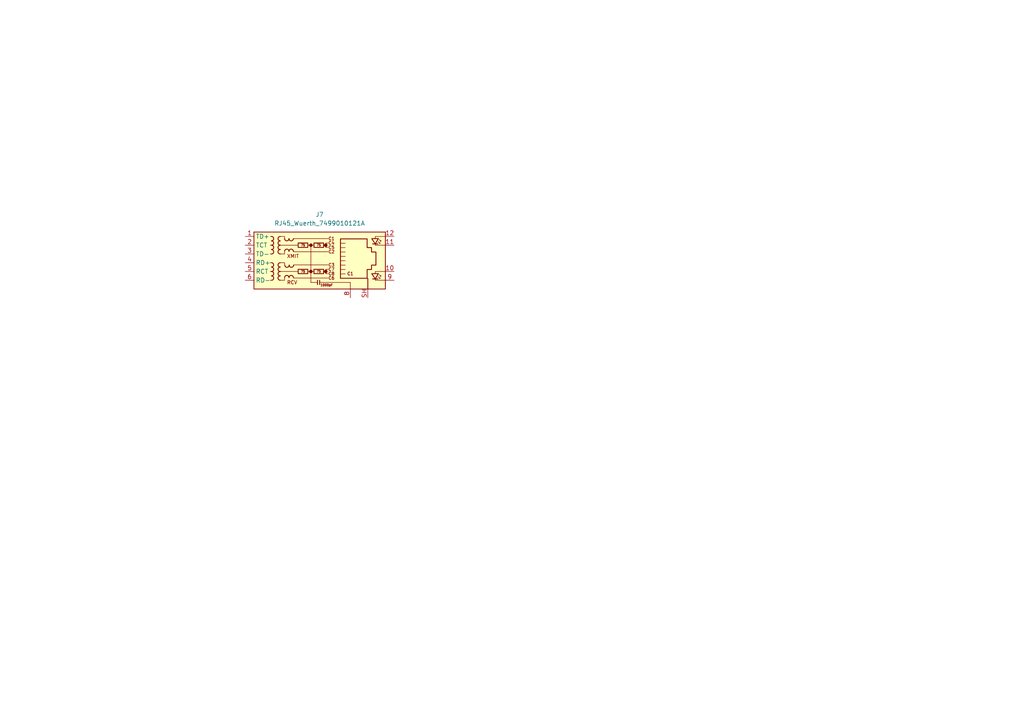
<source format=kicad_sch>
(kicad_sch (version 20231120) (generator "eeschema") (generator_version "8.0")
  (paper "A4")
  (lib_symbols
    (symbol "Connector:RJ45_Wuerth_7499010121A"
      (property "Reference" "J" (at 17.78 10.16 0))
      (property "Value" "RJ45_Wuerth_7499010121A" (at -6.35 10.16 0))
      (symbol "RJ45_Wuerth_7499010121A_0_0"
        (circle (center -1.27 -2.54) (radius 0.0001) (stroke (width 0.508)))
        (circle (center -1.27 5.08) (radius 0.0001) (stroke (width 0.508)))
        (polyline (pts (xy -1.27 5.08) (xy -1.27 -5.715)))
        (polyline (pts (xy 0.635 -5.08) (xy 0.635 -6.35)) (stroke (width 0.254)))
        (polyline (pts (xy 1.27 -5.08) (xy 1.27 -6.35)) (stroke (width 0.254)))
        (polyline (pts (xy 3.048 -2.54) (xy 2.54 -2.54)))
        (polyline (pts (xy 3.048 5.08) (xy 2.54 5.08)))
        (polyline (pts (xy 17.399 -3.175) (xy 17.399 -2.54) (xy 20.32 -2.54)))
        (polyline (pts (xy 17.399 6.985) (xy 17.399 7.62) (xy 20.32 7.62)))
        (polyline (pts (xy 20.32 -5.08) (xy 17.399 -5.08) (xy 17.399 -4.572)))
        (polyline (pts (xy 20.32 5.08) (xy 17.399 5.08) (xy 17.399 5.588)))
        (polyline (pts (xy 3.683 -1.905) (xy 3.048 -1.905) (xy 3.048 -3.175) (xy 3.683 -3.175)))
        (polyline (pts (xy 3.683 5.715) (xy 3.048 5.715) (xy 3.048 4.445) (xy 3.683 4.445)))
        (circle (center 3.048 -2.54) (radius 0.0001) (stroke (width 0.508)))
        (circle (center 3.048 5.08) (radius 0.0001) (stroke (width 0.508)))
        (text "C1" (at 4.699 6.985 0) (effects (font (size 0.889 0.889))))
        (text "C1" (at 10.16 -3.175 0) (effects (font (size 0.889 0.889))))
        (text "C2" (at 4.699 3.175 0) (effects (font (size 0.889 0.889))))
        (text "C3" (at 4.699 -0.635 0) (effects (font (size 0.889 0.889))))
        (text "C4" (at 4.699 5.715 0) (effects (font (size 0.889 0.889))))
        (text "C5" (at 4.699 4.445 0) (effects (font (size 0.889 0.889))))
        (text "C6" (at 4.699 -4.445 0) (effects (font (size 0.889 0.889))))
        (text "C7" (at 4.699 -1.905 0) (effects (font (size 0.889 0.889))))
        (text "C8" (at 4.699 -3.175 0) (effects (font (size 0.889 0.889))))
        (text "RCV" (at -8.255 -5.715 0) (effects (font (size 1.016 1.016)) (justify left)))
        (text "XMIT" (at -8.255 1.905 0) (effects (font (size 1.016 1.016)) (justify left)))
      )
      (symbol "RJ45_Wuerth_7499010121A_0_1"
        (rectangle (start -17.78 8.89) (end 20.32 -7.62) (stroke (width 0.254)) (fill (type background)))
        (polyline (pts (xy -12.7 -5.08) (xy -13.081 -5.08)))
        (polyline (pts (xy -12.7 -2.54) (xy -13.081 -2.54)))
        (polyline (pts (xy -12.7 0) (xy -13.081 0)))
        (polyline (pts (xy -12.7 2.54) (xy -13.081 2.54)))
        (polyline (pts (xy -12.7 5.08) (xy -13.081 5.08)))
        (polyline (pts (xy -12.7 7.62) (xy -13.081 7.62)))
        (polyline (pts (xy -6.35 -4.445) (xy 3.683 -4.445)))
        (polyline (pts (xy -6.35 3.175) (xy 3.683 3.175)))
        (polyline (pts (xy -6.35 6.985) (xy 3.683 6.985)))
        (polyline (pts (xy -6.223 -0.635) (xy 3.683 -0.635)))
        (polyline (pts (xy -5.08 -2.54) (xy -10.16 -2.54)))
        (polyline (pts (xy -4.953 5.08) (xy -10.16 5.08)))
        (polyline (pts (xy -2.159 -2.54) (xy -0.381 -2.54)))
        (polyline (pts (xy -2.159 5.08) (xy -0.381 5.08)))
        (polyline (pts (xy 0.635 -5.715) (xy -1.27 -5.715)))
        (polyline (pts (xy 7.4295 -1.9685) (xy 8.6995 -1.9685)))
        (polyline (pts (xy 7.4295 -0.6985) (xy 8.6995 -0.6985)))
        (polyline (pts (xy 7.4295 0.5715) (xy 8.6995 0.5715)))
        (polyline (pts (xy 7.4295 1.8415) (xy 8.6995 1.8415)))
        (polyline (pts (xy 7.4295 3.1115) (xy 8.6995 3.1115)))
        (polyline (pts (xy 8.6995 -3.2385) (xy 7.4295 -3.2385)))
        (polyline (pts (xy 8.6995 4.3815) (xy 7.4295 4.3815)))
        (polyline (pts (xy 8.6995 5.6515) (xy 7.4295 5.6515)))
        (polyline (pts (xy 10.16 -5.715) (xy 1.27 -5.715)))
        (polyline (pts (xy 10.16 -5.715) (xy 10.16 -7.62)))
        (polyline (pts (xy -10.16 0) (xy -8.89 0) (xy -8.89 -0.635)))
        (polyline (pts (xy -10.16 7.62) (xy -8.89 7.62) (xy -8.89 6.985)))
        (polyline (pts (xy -8.89 -4.445) (xy -8.89 -5.08) (xy -10.16 -5.08)))
        (polyline (pts (xy -8.89 3.175) (xy -8.89 2.54) (xy -10.16 2.54)))
      )
      (symbol "RJ45_Wuerth_7499010121A_1_0"
        (text "1000pF" (at 3.302 -6.477 0) (effects (font (size 0.635 0.635))))
      )
      (symbol "RJ45_Wuerth_7499010121A_1_1"
        (arc (start -12.7 -1.27) (mid -12.0677 -0.635) (end -12.7 0) (stroke (width 0.254)))
        (arc (start -12.6973 -5.08) (mid -12.065 -4.445) (end -12.6973 -3.81) (stroke (width 0.254)))
        (arc (start -12.6973 -3.81) (mid -12.065 -3.175) (end -12.6973 -2.54) (stroke (width 0.254)))
        (arc (start -12.6973 -2.54) (mid -12.065 -1.905) (end -12.6973 -1.27) (stroke (width 0.254)))
        (arc (start -12.6973 6.35) (mid -12.065 6.985) (end -12.6973 7.62) (stroke (width 0.254)))
        (arc (start -12.6946 2.54) (mid -12.0623 3.175) (end -12.6946 3.81) (stroke (width 0.254)))
        (arc (start -12.6946 3.81) (mid -12.0623 4.445) (end -12.6946 5.08) (stroke (width 0.254)))
        (arc (start -12.6946 5.08) (mid -12.0623 5.715) (end -12.6946 6.35) (stroke (width 0.254)))
        (arc (start -10.1654 -2.54) (mid -10.7977 -3.175) (end -10.1654 -3.81) (stroke (width 0.254)))
        (arc (start -10.1654 -1.27) (mid -10.7977 -1.905) (end -10.1654 -2.54) (stroke (width 0.254)))
        (arc (start -10.1654 0) (mid -10.7977 -0.635) (end -10.1654 -1.27) (stroke (width 0.254)))
        (arc (start -10.1654 5.08) (mid -10.7977 4.445) (end -10.1654 3.81) (stroke (width 0.254)))
        (arc (start -10.1654 6.35) (mid -10.7977 5.715) (end -10.1654 5.08) (stroke (width 0.254)))
        (arc (start -10.1654 7.62) (mid -10.7977 6.985) (end -10.1654 6.35) (stroke (width 0.254)))
        (arc (start -10.1627 -3.81) (mid -10.795 -4.445) (end -10.1627 -5.08) (stroke (width 0.254)))
        (arc (start -10.1627 3.81) (mid -10.795 3.175) (end -10.1627 2.54) (stroke (width 0.254)))
        (arc (start -8.89 6.9823) (mid -8.255 6.35) (end -7.62 6.9823) (stroke (width 0.254)))
        (arc (start -8.8265 -0.7012) (mid -8.1915 -1.3335) (end -7.5565 -0.7012) (stroke (width 0.254)))
        (arc (start -7.62 -4.3153) (mid -8.255 -3.683) (end -8.89 -4.3153) (stroke (width 0.254)))
        (arc (start -7.62 3.3047) (mid -8.255 3.937) (end -8.89 3.3047) (stroke (width 0.254)))
        (arc (start -7.62 6.985) (mid -6.985 6.3527) (end -6.35 6.985) (stroke (width 0.254)))
        (arc (start -7.5565 -0.6985) (mid -6.9215 -1.3308) (end -6.2865 -0.6985) (stroke (width 0.254)))
        (arc (start -6.35 -4.3126) (mid -6.985 -3.6803) (end -7.62 -4.3126) (stroke (width 0.254)))
        (arc (start -6.35 3.3074) (mid -6.985 3.9397) (end -7.62 3.3074) (stroke (width 0.254)))
        (rectangle (start -4.953 -1.905) (end -2.159 -3.175) (stroke (width 0.254)))
        (rectangle (start -4.953 5.715) (end -2.159 4.445) (stroke (width 0.254)))
        (rectangle (start -0.381 -1.905) (end 2.413 -3.175) (stroke (width 0.254)))
        (rectangle (start -0.381 5.715) (end 2.413 4.445) (stroke (width 0.254)))
        (polyline (pts (xy 15.24 -7.62) (xy 15.24 -4.572)) (stroke (width 0.254)))
        (polyline (pts (xy 18.161 -4.699) (xy 16.637 -4.699)) (stroke (width 0.254)))
        (polyline (pts (xy 18.161 5.461) (xy 16.637 5.461)) (stroke (width 0.254)))
        (polyline (pts (xy 18.796 -4.572) (xy 18.796 -4.318)))
        (polyline (pts (xy 18.796 5.588) (xy 18.796 5.842)))
        (polyline (pts (xy 19.05 -3.937) (xy 19.05 -3.683)))
        (polyline (pts (xy 19.05 6.223) (xy 19.05 6.477)))
        (polyline (pts (xy 18.288 -4.064) (xy 18.796 -4.572) (xy 18.542 -4.572)))
        (polyline (pts (xy 18.288 6.096) (xy 18.796 5.588) (xy 18.542 5.588)))
        (polyline (pts (xy 18.542 -3.429) (xy 19.05 -3.937) (xy 18.796 -3.937)))
        (polyline (pts (xy 18.542 6.731) (xy 19.05 6.223) (xy 18.796 6.223)))
        (polyline (pts (xy 18.288 -3.175) (xy 16.383 -3.175) (xy 17.399 -4.699) (xy 18.288 -3.175)) (stroke (width 0.254)))
        (polyline (pts (xy 18.288 6.985) (xy 16.383 6.985) (xy 17.399 5.461) (xy 18.288 6.985)) (stroke (width 0.254)))
        (polyline (pts (xy 7.3025 -4.5085) (xy 7.3025 6.9215) (xy 15.0495 6.9215) (xy 15.0495 4.3815) (xy 16.3195 4.3815) (xy 16.3195 3.1115) (xy 17.5895 3.1115) (xy 17.5895 -0.6985) (xy 16.3195 -0.6985) (xy 16.3195 -1.9685) (xy 15.0495 -1.9685) (xy 15.0495 -4.5085) (xy 7.3025 -4.5085)) (stroke (width 0.254)))
        (text "75" (at -3.556 -2.54 0) (effects (font (size 0.635 0.635))))
        (text "75" (at -3.556 5.08 0) (effects (font (size 0.635 0.635))))
        (text "75" (at 1.016 -2.54 0) (effects (font (size 0.635 0.635))))
        (text "75" (at 1.016 5.08 0) (effects (font (size 0.635 0.635))))
        (pin passive line (at -20.32 7.62 0) (length 2.54) (name "TD+") (number "1"))
        (pin passive line (at 22.86 -2.54 180) (length 2.54) (name "") (number "10"))
        (pin passive line (at 22.86 5.08 180) (length 2.54) (name "") (number "11"))
        (pin passive line (at 22.86 7.62 180) (length 2.54) (name "") (number "12"))
        (pin passive line (at -20.32 5.08 0) (length 2.54) (name "TCT") (number "2"))
        (pin passive line (at -20.32 2.54 0) (length 2.54) (name "TD-") (number "3"))
        (pin passive line (at -20.32 0 0) (length 2.54) (name "RD+") (number "4"))
        (pin passive line (at -20.32 -2.54 0) (length 2.54) (name "RCT") (number "5"))
        (pin passive line (at -20.32 -5.08 0) (length 2.54) (name "RD-") (number "6"))
        (pin no_connect line (at 20.32 0 0) (length 0) hide (name "NC") (number "7"))
        (pin power_in line (at 10.16 -10.16 90) (length 2.54) (name "") (number "8"))
        (pin passive line (at 22.86 -5.08 180) (length 2.54) (name "") (number "9"))
        (pin passive line (at 15.24 -10.16 90) (length 2.54) (name "") (number "SH"))
      )
    )
  )
  (symbol (lib_id "Connector:RJ45_Wuerth_7499010121A") (at 91.44 76.2 0) (unit 1)
    (property "Reference" "J7" (at 92.71 62.23 0))
    (property "Value" "RJ45_Wuerth_7499010121A" (at 92.71 64.77 0))
    (property "Footprint" "Connector_RJ:RJ45_Wuerth_7499010121A_Horizontal" (effects (hide yes)))
    (property "Datasheet" "http://katalog.we-online.de/pbs/datasheet/7499010121A.pdf" (effects (hide yes)))
    (property "Description" "LAN Transformer Jack, RJ45, 10/100 BaseT" (effects (hide yes)))
  )
)
</source>
